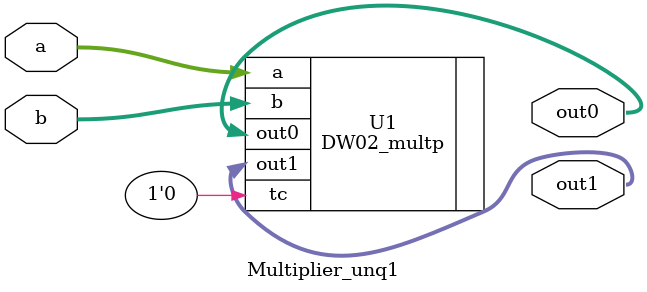
<source format=v>

module Multiplier_unq1(a,b,out0,out1);
  parameter width=53;
  input  [width-1:0]    a,b;
  output [2*width+1:0] out0,out1;

								  
DW02_multp #(width, width, 2*width+2, 3) U1 ( .a(a), .b(b),.tc(1'b0), .out0(out0), .out1(out1) );

endmodule


</source>
